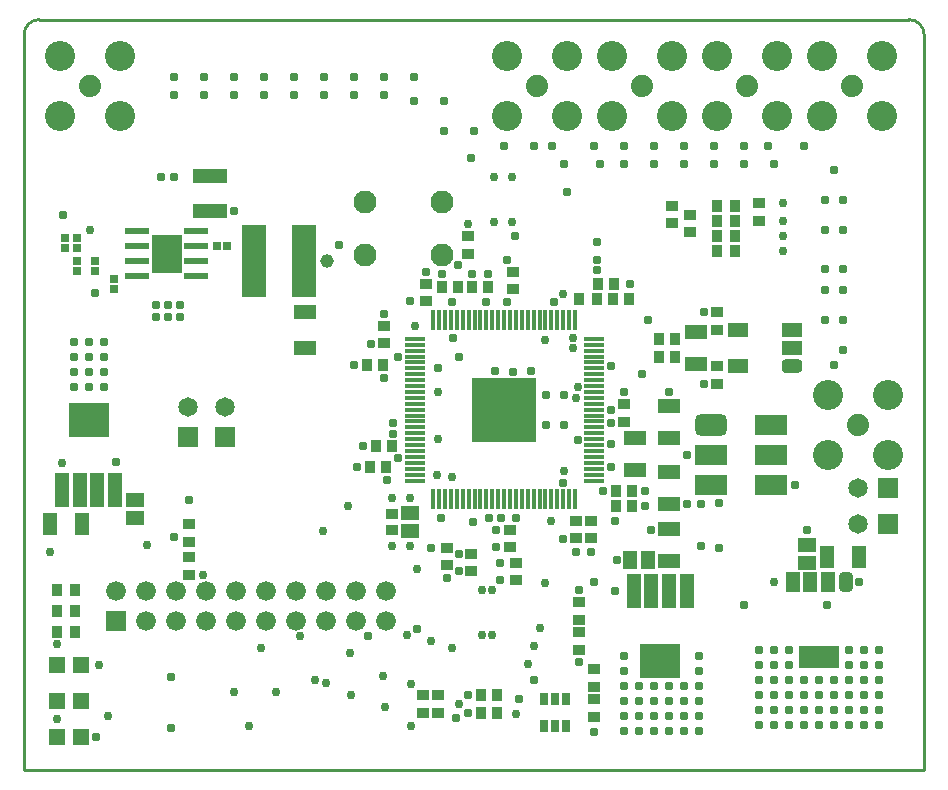
<source format=gts>
%FSLAX44Y44*%
%MOMM*%
G71*
G01*
G75*
G04 Layer_Color=8388736*
%ADD10R,1.8034X1.1176*%
%ADD11R,5.3000X5.3000*%
%ADD12O,1.6500X0.2700*%
%ADD13O,0.2700X1.6500*%
%ADD14R,1.2700X1.2700*%
%ADD15R,0.7000X0.9000*%
%ADD16R,0.8000X0.9000*%
%ADD17R,0.9000X0.8000*%
%ADD18R,2.5400X1.6510*%
G04:AMPARAMS|DCode=19|XSize=1.651mm|YSize=2.54mm|CornerRadius=0.4128mm|HoleSize=0mm|Usage=FLASHONLY|Rotation=270.000|XOffset=0mm|YOffset=0mm|HoleType=Round|Shape=RoundedRectangle|*
%AMROUNDEDRECTD19*
21,1,1.6510,1.7145,0,0,270.0*
21,1,0.8255,2.5400,0,0,270.0*
1,1,0.8255,-0.8572,-0.4128*
1,1,0.8255,-0.8572,0.4128*
1,1,0.8255,0.8572,0.4128*
1,1,0.8255,0.8572,-0.4128*
%
%ADD19ROUNDEDRECTD19*%
%ADD20R,0.9000X0.7000*%
%ADD21R,1.7000X1.1000*%
%ADD22R,1.0000X2.7000*%
%ADD23R,3.2000X2.7000*%
%ADD24R,0.6096X0.5588*%
%ADD25R,2.6924X1.1176*%
%ADD26R,0.5588X0.6096*%
%ADD27R,2.0000X6.0000*%
%ADD28R,1.4000X1.1000*%
%ADD29R,1.1000X1.7000*%
%ADD30R,1.1000X1.4000*%
G04:AMPARAMS|DCode=31|XSize=1mm|YSize=1.55mm|CornerRadius=0.25mm|HoleSize=0mm|Usage=FLASHONLY|Rotation=270.000|XOffset=0mm|YOffset=0mm|HoleType=Round|Shape=RoundedRectangle|*
%AMROUNDEDRECTD31*
21,1,1.0000,1.0500,0,0,270.0*
21,1,0.5000,1.5500,0,0,270.0*
1,1,0.5000,-0.5250,-0.2500*
1,1,0.5000,-0.5250,0.2500*
1,1,0.5000,0.5250,0.2500*
1,1,0.5000,0.5250,-0.2500*
%
%ADD31ROUNDEDRECTD31*%
%ADD32R,1.5500X1.0000*%
%ADD33R,3.3000X1.8000*%
%ADD34R,1.0000X1.5000*%
G04:AMPARAMS|DCode=35|XSize=1mm|YSize=1.5mm|CornerRadius=0.25mm|HoleSize=0mm|Usage=FLASHONLY|Rotation=180.000|XOffset=0mm|YOffset=0mm|HoleType=Round|Shape=RoundedRectangle|*
%AMROUNDEDRECTD35*
21,1,1.0000,1.0000,0,0,180.0*
21,1,0.5000,1.5000,0,0,180.0*
1,1,0.5000,-0.2500,0.5000*
1,1,0.5000,0.2500,0.5000*
1,1,0.5000,0.2500,-0.5000*
1,1,0.5000,-0.2500,-0.5000*
%
%ADD35ROUNDEDRECTD35*%
%ADD36R,2.3876X3.0988*%
%ADD37R,1.9812X0.4608*%
%ADD38R,0.6000X0.8500*%
%ADD39C,0.2032*%
%ADD40C,0.3048*%
%ADD41C,1.2700*%
%ADD42C,0.4064*%
%ADD43C,0.4277*%
%ADD44C,0.3999*%
%ADD45C,0.4572*%
%ADD46C,0.7620*%
%ADD47C,0.6350*%
%ADD48C,0.2540*%
%ADD49R,6.8580X10.1600*%
%ADD50R,8.8900X8.8900*%
%ADD51R,12.7000X8.8900*%
%ADD52R,1.5240X1.5240*%
%ADD53C,1.5240*%
%ADD54C,1.8000*%
%ADD55C,1.7272*%
%ADD56C,2.4000*%
%ADD57C,1.5000*%
%ADD58R,1.5000X1.5000*%
%ADD59R,1.5000X1.5000*%
%ADD60C,0.6096*%
%ADD61C,0.6350*%
%ADD62C,0.6600*%
%ADD63C,1.0160*%
%ADD64C,1.0160*%
%ADD65C,0.3810*%
%ADD66R,4.5720X4.4450*%
%ADD67R,6.9850X1.7780*%
%ADD68C,2.0320*%
G04:AMPARAMS|DCode=69|XSize=2.524mm|YSize=2.524mm|CornerRadius=0mm|HoleSize=0mm|Usage=FLASHONLY|Rotation=0.000|XOffset=0mm|YOffset=0mm|HoleType=Round|Shape=Relief|Width=0.254mm|Gap=0.254mm|Entries=4|*
%AMTHD69*
7,0,0,2.5240,2.0160,0.2540,45*
%
%ADD69THD69*%
%ADD70C,2.0160*%
%ADD71C,2.0828*%
%ADD72C,2.8160*%
%ADD73C,1.9160*%
G04:AMPARAMS|DCode=74|XSize=2.424mm|YSize=2.424mm|CornerRadius=0mm|HoleSize=0mm|Usage=FLASHONLY|Rotation=0.000|XOffset=0mm|YOffset=0mm|HoleType=Round|Shape=Relief|Width=0.254mm|Gap=0.254mm|Entries=4|*
%AMTHD74*
7,0,0,2.4240,1.9160,0.2540,45*
%
%ADD74THD74*%
%ADD75C,1.3208*%
%ADD76C,1.3970*%
%ADD77C,1.3460*%
%ADD78R,4.4450X4.4450*%
G04:AMPARAMS|DCode=79|XSize=2.54mm|YSize=2.54mm|CornerRadius=0mm|HoleSize=0mm|Usage=FLASHONLY|Rotation=0.000|XOffset=0mm|YOffset=0mm|HoleType=Round|Shape=Relief|Width=0.254mm|Gap=0.254mm|Entries=4|*
%AMTHD79*
7,0,0,2.5400,2.0320,0.2540,45*
%
%ADD79THD79*%
G04:AMPARAMS|DCode=80|XSize=3.324mm|YSize=3.324mm|CornerRadius=0mm|HoleSize=0mm|Usage=FLASHONLY|Rotation=0.000|XOffset=0mm|YOffset=0mm|HoleType=Round|Shape=Relief|Width=0.254mm|Gap=0.254mm|Entries=4|*
%AMTHD80*
7,0,0,3.3240,2.8160,0.2540,45*
%
%ADD80THD80*%
%ADD81R,1.8000X0.7000*%
G04:AMPARAMS|DCode=82|XSize=0.7mm|YSize=1.8mm|CornerRadius=0.175mm|HoleSize=0mm|Usage=FLASHONLY|Rotation=90.000|XOffset=0mm|YOffset=0mm|HoleType=Round|Shape=RoundedRectangle|*
%AMROUNDEDRECTD82*
21,1,0.7000,1.4500,0,0,90.0*
21,1,0.3500,1.8000,0,0,90.0*
1,1,0.3500,0.7250,0.1750*
1,1,0.3500,0.7250,-0.1750*
1,1,0.3500,-0.7250,-0.1750*
1,1,0.3500,-0.7250,0.1750*
%
%ADD82ROUNDEDRECTD82*%
%ADD83O,1.8500X0.3500*%
%ADD84C,0.6000*%
%ADD85C,0.2500*%
%ADD86C,0.1524*%
%ADD87C,0.1270*%
%ADD88C,0.2000*%
%ADD89C,0.1778*%
%ADD90R,8.1280X3.3020*%
%ADD91R,1.9558X1.2700*%
%ADD92R,5.4524X5.4524*%
%ADD93O,1.8024X0.4224*%
%ADD94O,0.4224X1.8024*%
%ADD95R,1.4224X1.4224*%
%ADD96R,0.8524X1.0524*%
%ADD97R,0.9524X1.0524*%
%ADD98R,1.0524X0.9524*%
%ADD99R,2.6924X1.8034*%
G04:AMPARAMS|DCode=100|XSize=1.8034mm|YSize=2.6924mm|CornerRadius=0.4508mm|HoleSize=0mm|Usage=FLASHONLY|Rotation=270.000|XOffset=0mm|YOffset=0mm|HoleType=Round|Shape=RoundedRectangle|*
%AMROUNDEDRECTD100*
21,1,1.8034,1.7907,0,0,270.0*
21,1,0.9017,2.6924,0,0,270.0*
1,1,0.9017,-0.8953,-0.4508*
1,1,0.9017,-0.8953,0.4508*
1,1,0.9017,0.8953,0.4508*
1,1,0.9017,0.8953,-0.4508*
%
%ADD100ROUNDEDRECTD100*%
%ADD101R,1.0524X0.8524*%
%ADD102R,1.8524X1.2524*%
%ADD103R,1.1524X2.8524*%
%ADD104R,3.3524X2.8524*%
%ADD105R,0.7620X0.7112*%
%ADD106R,2.8448X1.2700*%
%ADD107R,0.7112X0.7620*%
%ADD108R,2.1524X6.1524*%
%ADD109R,1.5524X1.2524*%
%ADD110R,1.2524X1.8524*%
%ADD111R,1.2524X1.5524*%
G04:AMPARAMS|DCode=112|XSize=1.1524mm|YSize=1.7024mm|CornerRadius=0.2881mm|HoleSize=0mm|Usage=FLASHONLY|Rotation=270.000|XOffset=0mm|YOffset=0mm|HoleType=Round|Shape=RoundedRectangle|*
%AMROUNDEDRECTD112*
21,1,1.1524,1.1262,0,0,270.0*
21,1,0.5762,1.7024,0,0,270.0*
1,1,0.5762,-0.5631,-0.2881*
1,1,0.5762,-0.5631,0.2881*
1,1,0.5762,0.5631,0.2881*
1,1,0.5762,0.5631,-0.2881*
%
%ADD112ROUNDEDRECTD112*%
%ADD113R,1.7024X1.1524*%
%ADD114R,3.4524X1.9524*%
%ADD115R,1.1524X1.6524*%
G04:AMPARAMS|DCode=116|XSize=1.1524mm|YSize=1.6524mm|CornerRadius=0.2881mm|HoleSize=0mm|Usage=FLASHONLY|Rotation=180.000|XOffset=0mm|YOffset=0mm|HoleType=Round|Shape=RoundedRectangle|*
%AMROUNDEDRECTD116*
21,1,1.1524,1.0762,0,0,180.0*
21,1,0.5762,1.6524,0,0,180.0*
1,1,0.5762,-0.2881,0.5381*
1,1,0.5762,0.2881,0.5381*
1,1,0.5762,0.2881,-0.5381*
1,1,0.5762,-0.2881,-0.5381*
%
%ADD116ROUNDEDRECTD116*%
%ADD117R,2.5400X3.2512*%
%ADD118R,2.1336X0.6132*%
%ADD119R,0.7524X1.0024*%
%ADD120R,1.6764X1.6764*%
%ADD121C,1.6764*%
%ADD122C,1.9524*%
%ADD123C,1.8796*%
%ADD124C,2.5524*%
%ADD125C,1.6524*%
%ADD126R,1.6524X1.6524*%
%ADD127R,1.6524X1.6524*%
%ADD128C,0.7620*%
%ADD129C,0.7874*%
%ADD130C,1.1684*%
D48*
X952500Y817880D02*
G03*
X939800Y830580I-12700J0D01*
G01*
X203200D02*
G03*
X190500Y817880I0J-12700D01*
G01*
X203200Y830580D02*
X939800D01*
X952500Y195580D02*
Y817880D01*
X190500Y195580D02*
Y817880D01*
Y195580D02*
X952500D01*
D91*
X427990Y552704D02*
D03*
Y582676D02*
D03*
D92*
X596900Y500380D02*
D03*
D93*
X672650Y560380D02*
D03*
Y555380D02*
D03*
Y550380D02*
D03*
Y545380D02*
D03*
Y540380D02*
D03*
Y535380D02*
D03*
Y530380D02*
D03*
Y525380D02*
D03*
Y520380D02*
D03*
Y515380D02*
D03*
Y510380D02*
D03*
Y505380D02*
D03*
Y500380D02*
D03*
Y495380D02*
D03*
Y490380D02*
D03*
Y485380D02*
D03*
Y480380D02*
D03*
Y475380D02*
D03*
Y470380D02*
D03*
Y465380D02*
D03*
Y460380D02*
D03*
Y455380D02*
D03*
Y450380D02*
D03*
Y445380D02*
D03*
Y440380D02*
D03*
X521150D02*
D03*
Y445380D02*
D03*
Y450380D02*
D03*
Y455380D02*
D03*
Y460380D02*
D03*
Y465380D02*
D03*
Y470380D02*
D03*
Y475380D02*
D03*
Y480380D02*
D03*
Y485380D02*
D03*
Y490380D02*
D03*
Y495380D02*
D03*
Y500380D02*
D03*
Y505380D02*
D03*
Y510380D02*
D03*
Y515380D02*
D03*
Y520380D02*
D03*
Y525380D02*
D03*
Y530380D02*
D03*
Y535380D02*
D03*
Y540380D02*
D03*
Y545380D02*
D03*
Y550380D02*
D03*
Y555380D02*
D03*
Y560380D02*
D03*
D94*
X656900Y424630D02*
D03*
X651900D02*
D03*
X646900D02*
D03*
X641900D02*
D03*
X636900D02*
D03*
X631900D02*
D03*
X626900D02*
D03*
X621900D02*
D03*
X616900D02*
D03*
X611900D02*
D03*
X606900D02*
D03*
X601900D02*
D03*
X596900D02*
D03*
X591900D02*
D03*
X586900D02*
D03*
X581900D02*
D03*
X576900D02*
D03*
X571900D02*
D03*
X566900D02*
D03*
X561900D02*
D03*
X556900D02*
D03*
X551900D02*
D03*
X546900D02*
D03*
X541900D02*
D03*
X536900D02*
D03*
Y576130D02*
D03*
X541900D02*
D03*
X546900D02*
D03*
X551900D02*
D03*
X556900D02*
D03*
X561900D02*
D03*
X566900D02*
D03*
X571900D02*
D03*
X576900D02*
D03*
X581900D02*
D03*
X586900D02*
D03*
X591900D02*
D03*
X596900D02*
D03*
X601900D02*
D03*
X606900D02*
D03*
X611900D02*
D03*
X616900D02*
D03*
X621900D02*
D03*
X626900D02*
D03*
X631900D02*
D03*
X636900D02*
D03*
X641900D02*
D03*
X646900D02*
D03*
X651900D02*
D03*
X656900D02*
D03*
D95*
X238760Y223520D02*
D03*
X218440D02*
D03*
X238760Y284480D02*
D03*
X218440D02*
D03*
X238760Y254000D02*
D03*
X218440D02*
D03*
D96*
X218560Y347980D02*
D03*
X233560D02*
D03*
X218560Y330200D02*
D03*
X233560D02*
D03*
X218560Y312420D02*
D03*
X233560D02*
D03*
X675520Y594360D02*
D03*
X660520D02*
D03*
X777360Y647820D02*
D03*
X792360D02*
D03*
X777360Y673220D02*
D03*
X792360D02*
D03*
X777360Y635120D02*
D03*
X792360D02*
D03*
X777360Y660520D02*
D03*
X792360D02*
D03*
D97*
X705500Y431800D02*
D03*
X691500D02*
D03*
X705500Y419100D02*
D03*
X691500D02*
D03*
X577200Y243840D02*
D03*
X591200D02*
D03*
X741680Y544830D02*
D03*
X727680D02*
D03*
X741680Y560070D02*
D03*
X727680D02*
D03*
X690260Y607060D02*
D03*
X676260D02*
D03*
X702960Y594360D02*
D03*
X688960D02*
D03*
X569580Y604520D02*
D03*
X583580D02*
D03*
X544180D02*
D03*
X558180D02*
D03*
X480680Y538480D02*
D03*
X494680D02*
D03*
X483220Y452120D02*
D03*
X497220D02*
D03*
X488300Y469900D02*
D03*
X502300D02*
D03*
X577200Y259080D02*
D03*
X591200D02*
D03*
D98*
X670560Y391780D02*
D03*
Y405780D02*
D03*
X657860Y391780D02*
D03*
Y405780D02*
D03*
X548640Y368920D02*
D03*
Y382920D02*
D03*
X604520Y616600D02*
D03*
Y602600D02*
D03*
X607060Y356220D02*
D03*
Y370220D02*
D03*
X601980Y384160D02*
D03*
Y398160D02*
D03*
X530860Y606440D02*
D03*
Y592440D02*
D03*
X495300Y570880D02*
D03*
Y556880D02*
D03*
X568960Y363840D02*
D03*
Y377840D02*
D03*
X501650Y412130D02*
D03*
Y398130D02*
D03*
D99*
X822960Y436880D02*
D03*
Y462280D02*
D03*
Y487680D02*
D03*
X772160Y436880D02*
D03*
Y462280D02*
D03*
D100*
Y487680D02*
D03*
D101*
X698500Y505340D02*
D03*
Y490340D02*
D03*
X330200Y375800D02*
D03*
Y360800D02*
D03*
Y403740D02*
D03*
Y388740D02*
D03*
X566420Y632580D02*
D03*
Y647580D02*
D03*
X673100Y240030D02*
D03*
Y255030D02*
D03*
Y265430D02*
D03*
Y280430D02*
D03*
X660400Y297300D02*
D03*
Y312300D02*
D03*
Y322700D02*
D03*
Y337700D02*
D03*
X777240Y567810D02*
D03*
Y582810D02*
D03*
Y522090D02*
D03*
Y537090D02*
D03*
X812800Y675520D02*
D03*
Y660520D02*
D03*
X528320Y243960D02*
D03*
Y258960D02*
D03*
X541020Y258960D02*
D03*
Y243960D02*
D03*
X739140Y673100D02*
D03*
Y658100D02*
D03*
X754380Y665480D02*
D03*
Y650480D02*
D03*
D102*
X707750Y476330D02*
D03*
Y449330D02*
D03*
X736600Y476720D02*
D03*
Y503720D02*
D03*
Y420840D02*
D03*
Y447840D02*
D03*
Y372580D02*
D03*
Y399580D02*
D03*
X759460Y538950D02*
D03*
Y565950D02*
D03*
D103*
X222610Y432780D02*
D03*
X237610D02*
D03*
X252610D02*
D03*
X267610D02*
D03*
X751480Y347000D02*
D03*
X736480D02*
D03*
X721480D02*
D03*
X706480D02*
D03*
D104*
X245110Y491780D02*
D03*
X728980Y288000D02*
D03*
D105*
X250190Y626491D02*
D03*
Y618109D02*
D03*
X266700Y611251D02*
D03*
Y602869D02*
D03*
X234950Y626491D02*
D03*
Y618109D02*
D03*
Y645541D02*
D03*
Y637159D02*
D03*
X224790Y645541D02*
D03*
Y637159D02*
D03*
D106*
X347980Y668274D02*
D03*
Y698246D02*
D03*
D107*
X353949Y638810D02*
D03*
X362331D02*
D03*
D108*
X384900Y626110D02*
D03*
X427900D02*
D03*
D109*
X284480Y409060D02*
D03*
Y424060D02*
D03*
X853440Y370960D02*
D03*
Y385960D02*
D03*
X516890Y397750D02*
D03*
Y412750D02*
D03*
D110*
X870420Y375920D02*
D03*
X897420D02*
D03*
X239560Y403860D02*
D03*
X212560D02*
D03*
D111*
X718700Y373380D02*
D03*
X703700D02*
D03*
D112*
X840630Y537450D02*
D03*
D113*
Y552450D02*
D03*
Y567450D02*
D03*
X795130D02*
D03*
Y537450D02*
D03*
D114*
X863600Y291080D02*
D03*
D115*
X841100Y354080D02*
D03*
X856100D02*
D03*
X871100D02*
D03*
D116*
X886100D02*
D03*
D117*
X311150Y632460D02*
D03*
D118*
X335788Y651510D02*
D03*
Y638810D02*
D03*
Y626110D02*
D03*
Y613410D02*
D03*
X286512D02*
D03*
Y626110D02*
D03*
Y638810D02*
D03*
Y651510D02*
D03*
D119*
X649580Y232590D02*
D03*
X640080D02*
D03*
X630580D02*
D03*
Y255090D02*
D03*
X640080D02*
D03*
X649580D02*
D03*
D120*
X267970Y321310D02*
D03*
D121*
Y346710D02*
D03*
X293370Y321310D02*
D03*
Y346710D02*
D03*
X318770Y321310D02*
D03*
Y346710D02*
D03*
X344170Y321310D02*
D03*
Y346710D02*
D03*
X369570Y321310D02*
D03*
Y346710D02*
D03*
X394970Y321310D02*
D03*
Y346710D02*
D03*
X420370Y321310D02*
D03*
Y346710D02*
D03*
X445770Y321310D02*
D03*
Y346710D02*
D03*
X471170Y321310D02*
D03*
Y346710D02*
D03*
X496570Y321310D02*
D03*
Y346710D02*
D03*
D122*
X479310Y676550D02*
D03*
X544310D02*
D03*
Y631550D02*
D03*
X479310D02*
D03*
D123*
X896620Y487680D02*
D03*
X246380Y774700D02*
D03*
X624840D02*
D03*
X713740D02*
D03*
X802640D02*
D03*
X891540D02*
D03*
D124*
X922020Y462280D02*
D03*
X871220Y513080D02*
D03*
X922020D02*
D03*
X871220Y462280D02*
D03*
X220980Y800100D02*
D03*
X271780Y749300D02*
D03*
X220980D02*
D03*
X271780Y800100D02*
D03*
X650240Y749300D02*
D03*
X599440Y800100D02*
D03*
Y749300D02*
D03*
X650240Y800100D02*
D03*
X739140Y749300D02*
D03*
X688340Y800100D02*
D03*
Y749300D02*
D03*
X739140Y800100D02*
D03*
X828040Y749300D02*
D03*
X777240Y800100D02*
D03*
Y749300D02*
D03*
X828040Y800100D02*
D03*
X916940Y749300D02*
D03*
X866140Y800100D02*
D03*
Y749300D02*
D03*
X916940Y800100D02*
D03*
D125*
X328930Y502920D02*
D03*
X360680D02*
D03*
X896620Y403860D02*
D03*
Y434340D02*
D03*
D126*
X328930Y477520D02*
D03*
X360680D02*
D03*
D127*
X922020Y403860D02*
D03*
Y434340D02*
D03*
D128*
X368300Y261620D02*
D03*
X424180Y308864D02*
D03*
X403860Y261620D02*
D03*
X518160Y267970D02*
D03*
X445770Y269240D02*
D03*
X534814Y304546D02*
D03*
X523240Y365760D02*
D03*
X833000Y635120D02*
D03*
Y647820D02*
D03*
X833120Y660400D02*
D03*
X833000Y675520D02*
D03*
X514350Y309880D02*
D03*
X552450Y298450D02*
D03*
X558800Y251460D02*
D03*
X341630Y360779D02*
D03*
X218440Y238760D02*
D03*
X218560Y302380D02*
D03*
X294640Y386080D02*
D03*
X246380Y652780D02*
D03*
X222610Y455570D02*
D03*
X631840Y559420D02*
D03*
X646900Y598640D02*
D03*
X261620Y241300D02*
D03*
X254000Y284480D02*
D03*
X380820Y232590D02*
D03*
X659130Y519430D02*
D03*
X657860Y510286D02*
D03*
X518160Y232410D02*
D03*
X647700Y448310D02*
D03*
X516890Y425450D02*
D03*
X501650Y425450D02*
D03*
X516890Y384810D02*
D03*
X603250Y659130D02*
D03*
X588010D02*
D03*
X588010Y697230D02*
D03*
X603250D02*
D03*
X566420Y657860D02*
D03*
X825500Y354330D02*
D03*
X655320Y561340D02*
D03*
Y552450D02*
D03*
X521150Y571050D02*
D03*
X212560Y380200D02*
D03*
X616900Y285430D02*
D03*
X496460Y249030D02*
D03*
X621900Y300590D02*
D03*
X626900Y315750D02*
D03*
X586740Y309880D02*
D03*
X631900Y353770D02*
D03*
X577850Y309880D02*
D03*
X636270Y406400D02*
D03*
X586740Y347980D02*
D03*
X578049Y347781D02*
D03*
X552450Y443230D02*
D03*
X464820Y419100D02*
D03*
X501650Y384810D02*
D03*
X540140Y445380D02*
D03*
X540620Y475380D02*
D03*
X540780Y515380D02*
D03*
X443230Y397510D02*
D03*
X494740Y275030D02*
D03*
X467380Y258860D02*
D03*
X466200Y294530D02*
D03*
X607060Y242570D02*
D03*
X391160Y298450D02*
D03*
X436880Y271780D02*
D03*
D129*
X556514Y239268D02*
D03*
X523240Y314960D02*
D03*
X457200Y640080D02*
D03*
X223520Y665480D02*
D03*
X883920Y619760D02*
D03*
X876300Y703580D02*
D03*
X637540Y723900D02*
D03*
X678180Y708660D02*
D03*
X850900Y723900D02*
D03*
X568960Y713740D02*
D03*
X596900Y723900D02*
D03*
X622300D02*
D03*
X673100D02*
D03*
X698500D02*
D03*
X723900D02*
D03*
X749300D02*
D03*
X774700D02*
D03*
X800100D02*
D03*
X820420D02*
D03*
X883920Y678180D02*
D03*
X868680D02*
D03*
X825500Y708660D02*
D03*
X800100D02*
D03*
X774700D02*
D03*
X749300D02*
D03*
X723900D02*
D03*
X698500D02*
D03*
X647700D02*
D03*
X876300Y538480D02*
D03*
X883920Y576580D02*
D03*
Y551180D02*
D03*
Y601980D02*
D03*
Y652780D02*
D03*
X868680Y576580D02*
D03*
Y601980D02*
D03*
Y619760D02*
D03*
Y652780D02*
D03*
X605790Y647700D02*
D03*
X687070Y500380D02*
D03*
Y537210D02*
D03*
X659130Y474980D02*
D03*
X687070Y452120D02*
D03*
Y488950D02*
D03*
X368300Y668274D02*
D03*
X506730Y544830D02*
D03*
X250190Y599440D02*
D03*
X257810Y557530D02*
D03*
X245110D02*
D03*
X257810Y544830D02*
D03*
X245110D02*
D03*
X257810Y532130D02*
D03*
X245110D02*
D03*
Y519430D02*
D03*
X232410Y557530D02*
D03*
Y544830D02*
D03*
Y532130D02*
D03*
Y519430D02*
D03*
X607060Y408940D02*
D03*
X570230Y405130D02*
D03*
X257810Y519430D02*
D03*
X698500Y228600D02*
D03*
X711200D02*
D03*
X723900D02*
D03*
X736600D02*
D03*
X749300D02*
D03*
X762000D02*
D03*
X698500Y241300D02*
D03*
X711200D02*
D03*
X723900D02*
D03*
X736600D02*
D03*
X749300D02*
D03*
X762000D02*
D03*
X698500Y254000D02*
D03*
X711200D02*
D03*
X723900D02*
D03*
X736600D02*
D03*
X749300D02*
D03*
X762000D02*
D03*
Y266700D02*
D03*
X749300D02*
D03*
X736600D02*
D03*
X723900D02*
D03*
X711200D02*
D03*
X698500D02*
D03*
Y279400D02*
D03*
Y292100D02*
D03*
X762000Y279400D02*
D03*
Y292100D02*
D03*
X812800Y233680D02*
D03*
X825500D02*
D03*
X838200D02*
D03*
X850900D02*
D03*
X863600D02*
D03*
X876300D02*
D03*
X889000D02*
D03*
X901700D02*
D03*
X914400D02*
D03*
X812800Y246380D02*
D03*
X825500D02*
D03*
X838200D02*
D03*
X850900D02*
D03*
X863600D02*
D03*
X876300D02*
D03*
X889000D02*
D03*
X901700D02*
D03*
X914400D02*
D03*
X812800Y259080D02*
D03*
Y271780D02*
D03*
Y284480D02*
D03*
Y297180D02*
D03*
X825500D02*
D03*
Y284480D02*
D03*
Y271780D02*
D03*
Y259080D02*
D03*
X838200Y297180D02*
D03*
Y284480D02*
D03*
Y271780D02*
D03*
Y259080D02*
D03*
X850900D02*
D03*
X863600D02*
D03*
X876300D02*
D03*
X889000D02*
D03*
X901700D02*
D03*
X914400D02*
D03*
X850900Y271780D02*
D03*
X863600D02*
D03*
X876300D02*
D03*
X889000D02*
D03*
X901700D02*
D03*
X914400D02*
D03*
X889000Y284480D02*
D03*
X901700D02*
D03*
X914400D02*
D03*
X889000Y297180D02*
D03*
X901700D02*
D03*
X914400D02*
D03*
X690880Y346964D02*
D03*
X703580Y607060D02*
D03*
X632460Y487680D02*
D03*
X552450Y591820D02*
D03*
X638810D02*
D03*
X675640Y642620D02*
D03*
X314960Y274320D02*
D03*
X657860Y379730D02*
D03*
X751840Y462280D02*
D03*
X843280Y436880D02*
D03*
X716280Y431800D02*
D03*
Y419100D02*
D03*
X721360Y398780D02*
D03*
X751840Y420370D02*
D03*
X251460Y223520D02*
D03*
X680720Y431800D02*
D03*
X267970Y455930D02*
D03*
X502920Y480060D02*
D03*
X477520Y469900D02*
D03*
X558800Y378460D02*
D03*
X647700Y487680D02*
D03*
X632460Y513080D02*
D03*
X317500Y392430D02*
D03*
X660400Y347980D02*
D03*
X314960Y231140D02*
D03*
X609600Y255270D02*
D03*
X622300Y271780D02*
D03*
X660400Y287020D02*
D03*
X673100Y227330D02*
D03*
X765810Y521970D02*
D03*
Y582930D02*
D03*
X736600Y515620D02*
D03*
X800100Y335280D02*
D03*
X869950D02*
D03*
X713740Y530860D02*
D03*
X718820Y576580D02*
D03*
X763270Y384810D02*
D03*
X778510Y383540D02*
D03*
Y421640D02*
D03*
X763270Y420370D02*
D03*
X530860Y617220D02*
D03*
X544180Y615330D02*
D03*
X517540Y592440D02*
D03*
X558180Y622950D02*
D03*
X548640Y358140D02*
D03*
X593710Y356220D02*
D03*
X535290Y382920D02*
D03*
X604520Y532384D02*
D03*
X619760Y533400D02*
D03*
X566420Y243840D02*
D03*
X483870Y556260D02*
D03*
X469900Y538480D02*
D03*
X495300Y527050D02*
D03*
X502920Y488950D02*
D03*
X330200Y424180D02*
D03*
X472440Y452120D02*
D03*
X599440Y591820D02*
D03*
X581660D02*
D03*
X583580Y615300D02*
D03*
X569580Y615330D02*
D03*
X599440Y627380D02*
D03*
X650240Y684530D02*
D03*
X698500Y515620D02*
D03*
X543560Y408940D02*
D03*
X690880Y405780D02*
D03*
X897420Y354800D02*
D03*
X853440Y398780D02*
D03*
X558800Y544830D02*
D03*
X553720Y561340D02*
D03*
X495300Y581660D02*
D03*
X675640Y618490D02*
D03*
Y627380D02*
D03*
X541020Y535940D02*
D03*
X566420Y259080D02*
D03*
X692150Y373380D02*
D03*
X647700Y513080D02*
D03*
X670560Y379730D02*
D03*
X687070Y471170D02*
D03*
X673100Y354330D02*
D03*
X646430Y391160D02*
D03*
X646900Y438620D02*
D03*
X593710Y370220D02*
D03*
X584200Y408940D02*
D03*
X594360D02*
D03*
X589900Y398160D02*
D03*
X589900Y384160D02*
D03*
X558800Y363840D02*
D03*
X481330Y308610D02*
D03*
X589280Y533400D02*
D03*
X506730Y459740D02*
D03*
X497840Y440690D02*
D03*
X311150Y632460D02*
D03*
X306070Y697230D02*
D03*
X317500D02*
D03*
X302260Y589280D02*
D03*
X312420D02*
D03*
X322580D02*
D03*
Y579120D02*
D03*
X312420D02*
D03*
X302260D02*
D03*
X317500Y767080D02*
D03*
X342900D02*
D03*
X368300D02*
D03*
X393700D02*
D03*
X419100D02*
D03*
X444500D02*
D03*
X469900D02*
D03*
X495300D02*
D03*
X520700Y762000D02*
D03*
X546100Y736600D02*
D03*
X571500D02*
D03*
X520700Y782320D02*
D03*
X444500D02*
D03*
X546100Y762000D02*
D03*
X495300Y782320D02*
D03*
X469900D02*
D03*
X393700D02*
D03*
X368300D02*
D03*
X419100D02*
D03*
X342900D02*
D03*
X317500D02*
D03*
D130*
X447040Y626110D02*
D03*
M02*

</source>
